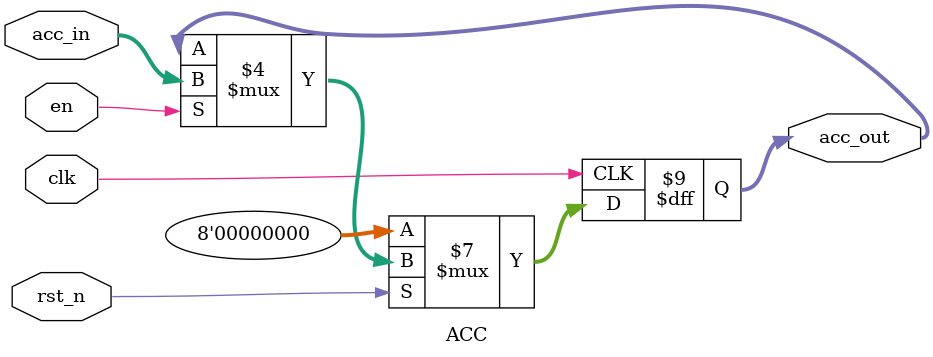
<source format=v>
`timescale 1ns / 1ps


module ACC(
    input clk,
    input rst_n,
    input en,
    input [7:0]acc_in,
    output reg [7:0]acc_out
    );
    
    always @(posedge clk) begin
        if(!rst_n)
            acc_out <= 8'h00;
        else if(en)
            acc_out <= acc_in;
        else
            acc_out <= acc_out;
    end
endmodule

</source>
